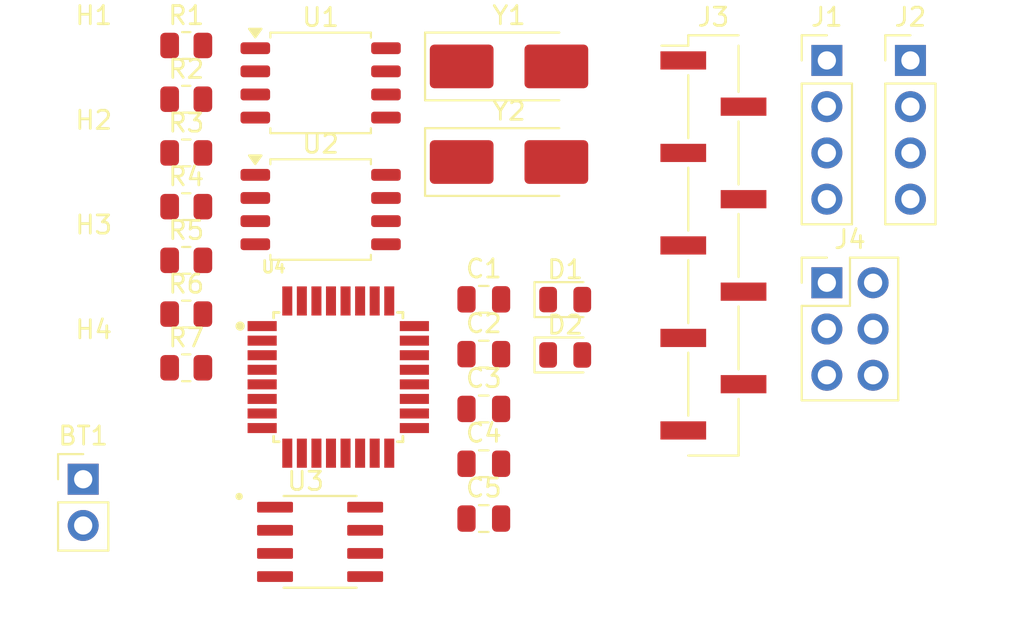
<source format=kicad_pcb>
(kicad_pcb (version 20241229) (generator "pcbnew") (generator_version "9.0")
  (title_block (title "${project_name}") (date "2025-12-15") (rev "1.0") (company "Foxhill Labs") (comment 1 "2-Layer PCB Version."))
  (layers (0 "F.Cu" mixed) (2 "B.Cu" mixed) (13 "F.Paste" user) (15 "B.Paste" user) (5 "F.SilkS" user "F.Silkscreen") (7 "B.SilkS" user "B.Silkscreen") (1 "F.Mask" user) (3 "B.Mask" user) (25 "Edge.Cuts" user))
  (property "project_name" "MCU Datalogger with memory and clock")
  (net 0 "")
  (net 1 "GND")
  (net 2 "Net-(BT1-+)")
  (net 3 "/Vcc")
  (net 4 "Net-(U4-PB6(XTAL1{slash}TOSC1))")
  (net 5 "Net-(U4-PB7(XTAL2{slash}TOSC2))")
  (net 6 "Net-(U4-AREF)")
  (net 7 "Net-(D1-K)")
  (net 8 "Net-(D2-K)")
  (net 9 "/SCK")
  (net 10 "/SDA")
  (net 11 "/TX")
  (net 12 "/RX")
  (net 13 "/D8")
  (net 14 "/D2")
  (net 15 "/D5")
  (net 16 "/D3")
  (net 17 "/D4")
  (net 18 "/D7")
  (net 19 "/D6")
  (net 20 "/RESET")
  (net 21 "/MISO")
  (net 22 "/MOSI")
  (net 23 "Net-(U3-~{INTA})")
  (net 24 "Net-(U3-SQW{slash}~INT)")
  (net 25 "Net-(U3-X1)")
  (net 26 "Net-(U3-X2)")
  (footprint "MountingHole:MountingHole_2.1mm" (layer "F.Cu") (at 122.392 93.24)
    (property "Reference" "H4" (at 0 -3.05 0) (layer "F.SilkS"))
    (property "Value" "MountingHole")
    (pad "" np_thru_hole circle (at 0 0) (size 2.1 2.1) (drill 2.1) (layers "*.Cu" "*.Mask"))
  )
  (footprint "Resistor_SMD:R_0805_2012Metric" (layer "F.Cu") (at 127.472 86.39)
    (property "Reference" "R5" (at 0 -1.65 0) (layer "F.SilkS"))
    (property "Value" "330")
    (fp_line (start -0.227064 -0.735) (end 0.227064 -0.735) (stroke (width 0.12)) (layer "F.SilkS"))
    (fp_line (start -0.227064 0.735) (end 0.227064 0.735) (stroke (width 0.12)) (layer "F.SilkS"))
    (pad "1" smd roundrect (at -0.9125 0) (size 1.025 1.4) (layers "F.Cu" "F.Mask" "F.Paste") (roundrect_rratio 0.243902) (net 1 "GND"))
    (pad "2" smd roundrect (at 0.9125 0) (size 1.025 1.4) (layers "F.Cu" "F.Mask" "F.Paste") (roundrect_rratio 0.243902) (net 8 "Net-(D2-K)"))
  )
  (footprint "Capacitor_SMD:C_0805_2012Metric" (layer "F.Cu") (at 143.812 88.53)
    (property "Reference" "C1" (at 0 -1.68 0) (layer "F.SilkS"))
    (property "Value" "0.1uF")
    (fp_line (start -0.261252 -0.735) (end 0.261252 -0.735) (stroke (width 0.12)) (layer "F.SilkS"))
    (fp_line (start -0.261252 0.735) (end 0.261252 0.735) (stroke (width 0.12)) (layer "F.SilkS"))
    (pad "1" smd roundrect (at -0.95 0) (size 1 1.45) (layers "F.Cu" "F.Mask" "F.Paste") (net 3 "/Vcc"))
    (pad "2" smd roundrect (at 0.95 0) (size 1 1.45) (layers "F.Cu" "F.Mask" "F.Paste") (net 1 "GND"))
  )
  (footprint "LED_SMD:LED_0805_2012Metric" (layer "F.Cu") (at 148.282 88.545)
    (property "Reference" "D1" (at 0 -1.65 0) (layer "F.SilkS"))
    (property "Value" "LED")
    (fp_line (start -1.685 -0.96) (end -1.685 0.96) (stroke (width 0.12)) (layer "F.SilkS"))
    (fp_line (start -1.685 0.96) (end 1 0.96) (stroke (width 0.12)) (layer "F.SilkS"))
    (fp_line (start 1 -0.96) (end -1.685 -0.96) (stroke (width 0.12)) (layer "F.SilkS"))
    (pad "1" smd roundrect (at -0.9375 0) (size 0.975 1.4) (layers "F.Cu" "F.Mask" "F.Paste") (net 7 "Net-(D1-K)"))
    (pad "2" smd roundrect (at 0.9375 0) (size 0.975 1.4) (layers "F.Cu" "F.Mask" "F.Paste") (net 2 "Net-(BT1-+)"))
  )
  (footprint "Package_SO:SOIC-8_5.3x5.3mm_P1.27mm" (layer "F.Cu") (at 134.852 83.6)
    (property "Reference" "U2" (at 0 -3.6 0) (layer "F.SilkS"))
    (property "Value" "24LC1025")
    (fp_line (start -2.76 -2.76) (end 2.76 -2.76) (stroke (width 0.12)) (layer "F.SilkS"))
    (fp_line (start -2.76 -2.49) (end -2.76 -2.76) (stroke (width 0.12)) (layer "F.SilkS"))
    (fp_line (start -2.76 2.76) (end -2.76 2.49) (stroke (width 0.12)) (layer "F.SilkS"))
    (fp_line (start 2.76 -2.76) (end 2.76 -2.49) (stroke (width 0.12)) (layer "F.SilkS"))
    (fp_line (start 2.76 2.49) (end 2.76 2.76) (stroke (width 0.12)) (layer "F.SilkS"))
    (fp_line (start 2.76 2.76) (end -2.76 2.76) (stroke (width 0.12)) (layer "F.SilkS"))
    (fp_poly (pts (xy -3.59 -2.5) (xy -3.93 -2.97) (xy -3.25 -2.97)) (stroke (width 0.12)) (fill yes) (layer "F.SilkS"))
    (pad "1" smd roundrect (at -3.5875 -1.905) (size 1.625 0.65) (layers "F.Cu" "F.Mask" "F.Paste") (net 3 "/Vcc"))
    (pad "2" smd roundrect (at -3.5875 -0.635) (size 1.625 0.65) (layers "F.Cu" "F.Mask" "F.Paste") (net 1 "GND"))
    (pad "3" smd roundrect (at -3.5875 0.635) (size 1.625 0.65) (layers "F.Cu" "F.Mask" "F.Paste") (net 3 "/Vcc"))
    (pad "4" smd roundrect (at -3.5875 1.905) (size 1.625 0.65) (layers "F.Cu" "F.Mask" "F.Paste") (net 1 "GND"))
    (pad "5" smd roundrect (at 3.5875 1.905) (size 1.625 0.65) (layers "F.Cu" "F.Mask" "F.Paste") (net 10 "/SDA"))
    (pad "6" smd roundrect (at 3.5875 0.635) (size 1.625 0.65) (layers "F.Cu" "F.Mask" "F.Paste") (net 9 "/SCK"))
    (pad "7" smd roundrect (at 3.5875 -0.635) (size 1.625 0.65) (layers "F.Cu" "F.Mask" "F.Paste") (net 1 "GND"))
    (pad "8" smd roundrect (at 3.5875 -1.905) (size 1.625 0.65) (layers "F.Cu" "F.Mask" "F.Paste") (net 3 "/Vcc"))
  )
  (footprint "Connector_PinHeader_2.54mm:PinHeader_1x04_P2.54mm_Vertical" (layer "F.Cu") (at 162.652 75.41)
    (property "Reference" "J1" (at 0 -2.38 0) (layer "F.SilkS"))
    (property "Value" "Conn_01x04_Pin")
    (fp_line (start -1.38 -1.38) (end 0 -1.38) (stroke (width 0.12)) (layer "F.SilkS"))
    (fp_line (start -1.38 0) (end -1.38 -1.38) (stroke (width 0.12)) (layer "F.SilkS"))
    (fp_line (start -1.38 1.27) (end -1.38 9) (stroke (width 0.12)) (layer "F.SilkS"))
    (fp_line (start -1.38 1.27) (end 1.38 1.27) (stroke (width 0.12)) (layer "F.SilkS"))
    (fp_line (start -1.38 9) (end 1.38 9) (stroke (width 0.12)) (layer "F.SilkS"))
    (fp_line (start 1.38 1.27) (end 1.38 9) (stroke (width 0.12)) (layer "F.SilkS"))
    (pad "1" thru_hole rect (at 0 0) (size 1.7 1.7) (drill 1) (layers "*.Cu" "*.Mask") (net 1 "GND"))
    (pad "2" thru_hole circle (at 0 2.54) (size 1.7 1.7) (drill 1) (layers "*.Cu" "*.Mask") (net 3 "/Vcc"))
    (pad "3" thru_hole circle (at 0 5.08) (size 1.7 1.7) (drill 1) (layers "*.Cu" "*.Mask") (net 10 "/SDA"))
    (pad "4" thru_hole circle (at 0 7.62) (size 1.7 1.7) (drill 1) (layers "*.Cu" "*.Mask") (net 9 "/SCK"))
  )
  (footprint "Connector_PinHeader_2.54mm:PinHeader_1x09_P2.54mm_Vertical_SMD_Pin1Left" (layer "F.Cu") (at 156.422 85.57)
    (property "Reference" "J3" (at 0 -12.54 0) (layer "F.SilkS"))
    (property "Value" "Conn_01x09_Pin")
    (fp_line (start -1.38 -11.54) (end -1.38 -10.97) (stroke (width 0.12)) (layer "F.SilkS"))
    (fp_line (start -1.38 -11.54) (end 1.38 -11.54) (stroke (width 0.12)) (layer "F.SilkS"))
    (fp_line (start -1.38 -10.97) (end -2.85 -10.97) (stroke (width 0.12)) (layer "F.SilkS"))
    (fp_line (start -1.38 -9.35) (end -1.38 -5.89) (stroke (width 0.12)) (layer "F.SilkS"))
    (fp_line (start -1.38 -4.27) (end -1.38 -0.81) (stroke (width 0.12)) (layer "F.SilkS"))
    (fp_line (start -1.38 0.81) (end -1.38 4.27) (stroke (width 0.12)) (layer "F.SilkS"))
    (fp_line (start -1.38 5.89) (end -1.38 9.35) (stroke (width 0.12)) (layer "F.SilkS"))
    (fp_line (start -1.38 11.54) (end 1.38 11.54) (stroke (width 0.12)) (layer "F.SilkS"))
    (fp_line (start 1.38 -10.97) (end 1.38 -8.43) (stroke (width 0.12)) (layer "F.SilkS"))
    (fp_line (start 1.38 -6.81) (end 1.38 -3.35) (stroke (width 0.12)) (layer "F.SilkS"))
    (fp_line (start 1.38 -1.73) (end 1.38 1.73) (stroke (width 0.12)) (layer "F.SilkS"))
    (fp_line (start 1.38 3.35) (end 1.38 6.81) (stroke (width 0.12)) (layer "F.SilkS"))
    (fp_line (start 1.38 8.43) (end 1.38 11.54) (stroke (width 0.12)) (layer "F.SilkS"))
    (fp_line (start 1.38 10.97) (end 1.38 11.54) (stroke (width 0.12)) (layer "F.SilkS"))
    (pad "1" smd rect (at -1.655 -10.16) (size 2.51 1) (layers "F.Cu" "F.Mask" "F.Paste") (net 14 "/D2"))
    (pad "2" smd rect (at 1.655 -7.62) (size 2.51 1) (layers "F.Cu" "F.Mask" "F.Paste") (net 16 "/D3"))
    (pad "3" smd rect (at -1.655 -5.08) (size 2.51 1) (layers "F.Cu" "F.Mask" "F.Paste") (net 17 "/D4"))
    (pad "4" smd rect (at 1.655 -2.54) (size 2.51 1) (layers "F.Cu" "F.Mask" "F.Paste") (net 15 "/D5"))
    (pad "5" smd rect (at -1.655 0) (size 2.51 1) (layers "F.Cu" "F.Mask" "F.Paste") (net 19 "/D6"))
    (pad "6" smd rect (at 1.655 2.54) (size 2.51 1) (layers "F.Cu" "F.Mask" "F.Paste") (net 18 "/D7"))
    (pad "7" smd rect (at -1.655 5.08) (size 2.51 1) (layers "F.Cu" "F.Mask" "F.Paste") (net 13 "/D8"))
    (pad "8" smd rect (at 1.655 7.62) (size 2.51 1) (layers "F.Cu" "F.Mask" "F.Paste") (net 1 "GND"))
    (pad "9" smd rect (at -1.655 10.16) (size 2.51 1) (layers "F.Cu" "F.Mask" "F.Paste") (net 3 "/Vcc"))
  )
  (footprint "DS1337S:SOIC127P600X175-8N" (layer "F.Cu") (at 134.822 101.85)
    (property "Reference" "U3" (at -0.795 -3.332 0) (layer "F.SilkS"))
    (property "Value" "DS1337S_")
    (fp_line (start -2 -2.52) (end 2 -2.52) (stroke (width 0.127)) (layer "F.SilkS"))
    (fp_line (start -2 2.52) (end 2 2.52) (stroke (width 0.127)) (layer "F.SilkS"))
    (fp_circle (center -4.445 -2.495) (end -4.345 -2.495) (stroke (width 0.2)) (fill no) (layer "F.SilkS"))
    (pad "1" smd roundrect (at -2.475 -1.905) (size 1.97 0.59) (layers "F.Cu" "F.Mask" "F.Paste") (roundrect_rratio 0.125) (net 25 "Net-(U3-X1)"))
    (pad "2" smd roundrect (at -2.475 -0.635) (size 1.97 0.59) (layers "F.Cu" "F.Mask" "F.Paste") (roundrect_rratio 0.125) (net 26 "Net-(U3-X2)"))
    (pad "3" smd roundrect (at -2.475 0.635) (size 1.97 0.59) (layers "F.Cu" "F.Mask" "F.Paste") (roundrect_rratio 0.125) (net 23 "Net-(U3-~{INTA})"))
    (pad "4" smd roundrect (at -2.475 1.905) (size 1.97 0.59) (layers "F.Cu" "F.Mask" "F.Paste") (roundrect_rratio 0.125) (net 1 "GND"))
    (pad "5" smd roundrect (at 2.475 1.905) (size 1.97 0.59) (layers "F.Cu" "F.Mask" "F.Paste") (roundrect_rratio 0.125) (net 10 "/SDA"))
    (pad "6" smd roundrect (at 2.475 0.635) (size 1.97 0.59) (layers "F.Cu" "F.Mask" "F.Paste") (roundrect_rratio 0.125) (net 9 "/SCK"))
    (pad "7" smd roundrect (at 2.475 -0.635) (size 1.97 0.59) (layers "F.Cu" "F.Mask" "F.Paste") (roundrect_rratio 0.125) (net 24 "Net-(U3-SQW{slash}~INT)"))
    (pad "8" smd roundrect (at 2.475 -1.905) (size 1.97 0.59) (layers "F.Cu" "F.Mask" "F.Paste") (roundrect_rratio 0.125) (net 3 "/Vcc"))
  )
  (footprint "Resistor_SMD:R_0805_2012Metric" (layer "F.Cu") (at 127.472 77.54)
    (property "Reference" "R2" (at 0 -1.65 0) (layer "F.SilkS"))
    (property "Value" "10K")
    (fp_line (start -0.227064 -0.735) (end 0.227064 -0.735) (stroke (width 0.12)) (layer "F.SilkS"))
    (fp_line (start -0.227064 0.735) (end 0.227064 0.735) (stroke (width 0.12)) (layer "F.SilkS"))
    (pad "1" smd roundrect (at -0.9125 0) (size 1.025 1.4) (layers "F.Cu" "F.Mask" "F.Paste") (roundrect_rratio 0.243902) (net 3 "/Vcc"))
    (pad "2" smd roundrect (at 0.9125 0) (size 1.025 1.4) (layers "F.Cu" "F.Mask" "F.Paste") (roundrect_rratio 0.243902) (net 24 "Net-(U3-SQW{slash}~INT)"))
  )
  (footprint "Resistor_SMD:R_0805_2012Metric" (layer "F.Cu") (at 127.472 92.29)
    (property "Reference" "R7" (at 0 -1.65 0) (layer "F.SilkS"))
    (property "Value" "330")
    (fp_line (start -0.227064 -0.735) (end 0.227064 -0.735) (stroke (width 0.12)) (layer "F.SilkS"))
    (fp_line (start -0.227064 0.735) (end 0.227064 0.735) (stroke (width 0.12)) (layer "F.SilkS"))
    (pad "1" smd roundrect (at -0.9125 0) (size 1.025 1.4) (layers "F.Cu" "F.Mask" "F.Paste") (roundrect_rratio 0.243902) (net 7 "Net-(D1-K)"))
    (pad "2" smd roundrect (at 0.9125 0) (size 1.025 1.4) (layers "F.Cu" "F.Mask" "F.Paste") (roundrect_rratio 0.243902) (net 1 "GND"))
  )
  (footprint "MountingHole:MountingHole_2.1mm" (layer "F.Cu") (at 122.392 75.99)
    (property "Reference" "H1" (at 0 -3.05 0) (layer "F.SilkS"))
    (property "Value" "MountingHole")
    (pad "" np_thru_hole circle (at 0 0) (size 2.1 2.1) (drill 2.1) (layers "*.Cu" "*.Mask"))
  )
  (footprint "Resistor_SMD:R_0805_2012Metric" (layer "F.Cu") (at 127.472 89.34)
    (property "Reference" "R6" (at 0 -1.65 0) (layer "F.SilkS"))
    (property "Value" "10K")
    (fp_line (start -0.227064 -0.735) (end 0.227064 -0.735) (stroke (width 0.12)) (layer "F.SilkS"))
    (fp_line (start -0.227064 0.735) (end 0.227064 0.735) (stroke (width 0.12)) (layer "F.SilkS"))
    (pad "1" smd roundrect (at -0.9125 0) (size 1.025 1.4) (layers "F.Cu" "F.Mask" "F.Paste") (roundrect_rratio 0.243902) (net 20 "/RESET"))
    (pad "2" smd roundrect (at 0.9125 0) (size 1.025 1.4) (layers "F.Cu" "F.Mask" "F.Paste") (roundrect_rratio 0.243902) (net 3 "/Vcc"))
  )
  (footprint "Capacitor_SMD:C_0805_2012Metric" (layer "F.Cu") (at 143.812 94.55)
    (property "Reference" "C3" (at 0 -1.68 0) (layer "F.SilkS"))
    (property "Value" "22pF")
    (fp_line (start -0.261252 -0.735) (end 0.261252 -0.735) (stroke (width 0.12)) (layer "F.SilkS"))
    (fp_line (start -0.261252 0.735) (end 0.261252 0.735) (stroke (width 0.12)) (layer "F.SilkS"))
    (pad "1" smd roundrect (at -0.95 0) (size 1 1.45) (layers "F.Cu" "F.Mask" "F.Paste") (net 1 "GND"))
    (pad "2" smd roundrect (at 0.95 0) (size 1 1.45) (layers "F.Cu" "F.Mask" "F.Paste") (net 5 "Net-(U4-PB7(XTAL2{slash}TOSC2))"))
  )
  (footprint "MountingHole:MountingHole_2.1mm" (layer "F.Cu") (at 122.392 87.49)
    (property "Reference" "H3" (at 0 -3.05 0) (layer "F.SilkS"))
    (property "Value" "MountingHole")
    (pad "" np_thru_hole circle (at 0 0) (size 2.1 2.1) (drill 2.1) (layers "*.Cu" "*.Mask"))
  )
  (footprint "Connector_PinHeader_2.54mm:PinHeader_1x04_P2.54mm_Vertical" (layer "F.Cu") (at 167.242 75.41)
    (property "Reference" "J2" (at 0 -2.38 0) (layer "F.SilkS"))
    (property "Value" "Conn_01x04_Pin")
    (fp_line (start -1.38 -1.38) (end 0 -1.38) (stroke (width 0.12)) (layer "F.SilkS"))
    (fp_line (start -1.38 0) (end -1.38 -1.38) (stroke (width 0.12)) (layer "F.SilkS"))
    (fp_line (start -1.38 1.27) (end -1.38 9) (stroke (width 0.12)) (layer "F.SilkS"))
    (fp_line (start -1.38 1.27) (end 1.38 1.27) (stroke (width 0.12)) (layer "F.SilkS"))
    (fp_line (start -1.38 9) (end 1.38 9) (stroke (width 0.12)) (layer "F.SilkS"))
    (fp_line (start 1.38 1.27) (end 1.38 9) (stroke (width 0.12)) (layer "F.SilkS"))
    (pad "1" thru_hole rect (at 0 0) (size 1.7 1.7) (drill 1) (layers "*.Cu" "*.Mask") (net 1 "GND"))
    (pad "2" thru_hole circle (at 0 2.54) (size 1.7 1.7) (drill 1) (layers "*.Cu" "*.Mask") (net 3 "/Vcc"))
    (pad "3" thru_hole circle (at 0 5.08) (size 1.7 1.7) (drill 1) (layers "*.Cu" "*.Mask") (net 12 "/RX"))
    (pad "4" thru_hole circle (at 0 7.62) (size 1.7 1.7) (drill 1) (layers "*.Cu" "*.Mask") (net 11 "/TX"))
  )
  (footprint "Crystal:Crystal_SMD_5032-2Pin_5.0x3.2mm_HandSoldering" (layer "F.Cu") (at 145.197 80.99)
    (property "Reference" "Y2" (at 0 -2.8 0) (layer "F.SilkS"))
    (property "Value" "16 MHz")
    (fp_line (start -4.61 -1.86) (end -4.61 1.86) (stroke (width 0.12)) (layer "F.SilkS"))
    (fp_line (start -4.61 1.86) (end 2.76 1.86) (stroke (width 0.12)) (layer "F.SilkS"))
    (fp_line (start 2.76 -1.86) (end -4.61 -1.86) (stroke (width 0.12)) (layer "F.SilkS"))
    (pad "1" smd roundrect (at -2.6 0) (size 3.5 2.4) (layers "F.Cu" "F.Mask" "F.Paste") (roundrect_rratio 0.104167) (net 4 "Net-(U4-PB6(XTAL1{slash}TOSC1))"))
    (pad "2" smd roundrect (at 2.6 0) (size 3.5 2.4) (layers "F.Cu" "F.Mask" "F.Paste") (roundrect_rratio 0.104167) (net 5 "Net-(U4-PB7(XTAL2{slash}TOSC2))"))
  )
  (footprint "Connector_PinHeader_2.54mm:PinHeader_2x03_P2.54mm_Vertical" (layer "F.Cu") (at 162.652 87.62)
    (property "Reference" "J4" (at 1.27 -2.38 0) (layer "F.SilkS"))
    (property "Value" "Conn_02x03_Odd_Even")
    (fp_line (start -1.38 -1.38) (end 0 -1.38) (stroke (width 0.12)) (layer "F.SilkS"))
    (fp_line (start -1.38 0) (end -1.38 -1.38) (stroke (width 0.12)) (layer "F.SilkS"))
    (fp_line (start -1.38 1.27) (end -1.38 6.46) (stroke (width 0.12)) (layer "F.SilkS"))
    (fp_line (start -1.38 1.27) (end 1.27 1.27) (stroke (width 0.12)) (layer "F.SilkS"))
    (fp_line (start -1.38 6.46) (end 3.92 6.46) (stroke (width 0.12)) (layer "F.SilkS"))
    (fp_line (start 1.27 -1.38) (end 3.92 -1.38) (stroke (width 0.12)) (layer "F.SilkS"))
    (fp_line (start 1.27 1.27) (end 1.27 -1.38) (stroke (width 0.12)) (layer "F.SilkS"))
    (fp_line (start 3.92 -1.38) (end 3.92 6.46) (stroke (width 0.12)) (layer "F.SilkS"))
    (pad "1" thru_hole rect (at 0 0) (size 1.7 1.7) (drill 1) (layers "*.Cu" "*.Mask") (net 21 "/MISO"))
    (pad "2" thru_hole circle (at 2.54 0) (size 1.7 1.7) (drill 1) (layers "*.Cu" "*.Mask") (net 3 "/Vcc"))
    (pad "3" thru_hole circle (at 0 2.54) (size 1.7 1.7) (drill 1) (layers "*.Cu" "*.Mask") (net 9 "/SCK"))
    (pad "4" thru_hole circle (at 2.54 2.54) (size 1.7 1.7) (drill 1) (layers "*.Cu" "*.Mask") (net 22 "/MOSI"))
    (pad "5" thru_hole circle (at 0 5.08) (size 1.7 1.7) (drill 1) (layers "*.Cu" "*.Mask") (net 20 "/RESET"))
    (pad "6" thru_hole circle (at 2.54 5.08) (size 1.7 1.7) (drill 1) (layers "*.Cu" "*.Mask") (net 1 "GND"))
  )
  (footprint "Package_SO:SOIC-8_5.3x5.3mm_P1.27mm" (layer "F.Cu") (at 134.852 76.645)
    (property "Reference" "U1" (at 0 -3.6 0) (layer "F.SilkS"))
    (property "Value" "24LC1025")
    (fp_line (start -2.76 -2.76) (end 2.76 -2.76) (stroke (width 0.12)) (layer "F.SilkS"))
    (fp_line (start -2.76 -2.49) (end -2.76 -2.76) (stroke (width 0.12)) (layer "F.SilkS"))
    (fp_line (start -2.76 2.76) (end -2.76 2.49) (stroke (width 0.12)) (layer "F.SilkS"))
    (fp_line (start 2.76 -2.76) (end 2.76 -2.49) (stroke (width 0.12)) (layer "F.SilkS"))
    (fp_line (start 2.76 2.49) (end 2.76 2.76) (stroke (width 0.12)) (layer "F.SilkS"))
    (fp_line (start 2.76 2.76) (end -2.76 2.76) (stroke (width 0.12)) (layer "F.SilkS"))
    (fp_poly (pts (xy -3.59 -2.5) (xy -3.93 -2.97) (xy -3.25 -2.97)) (stroke (width 0.12)) (fill yes) (layer "F.SilkS"))
    (pad "1" smd roundrect (at -3.5875 -1.905) (size 1.625 0.65) (layers "F.Cu" "F.Mask" "F.Paste") (net 3 "/Vcc"))
    (pad "2" smd roundrect (at -3.5875 -0.635) (size 1.625 0.65) (layers "F.Cu" "F.Mask" "F.Paste") (net 3 "/Vcc"))
    (pad "3" smd roundrect (at -3.5875 0.635) (size 1.625 0.65) (layers "F.Cu" "F.Mask" "F.Paste") (net 3 "/Vcc"))
    (pad "4" smd roundrect (at -3.5875 1.905) (size 1.625 0.65) (layers "F.Cu" "F.Mask" "F.Paste") (net 1 "GND"))
    (pad "5" smd roundrect (at 3.5875 1.905) (size 1.625 0.65) (layers "F.Cu" "F.Mask" "F.Paste") (net 10 "/SDA"))
    (pad "6" smd roundrect (at 3.5875 0.635) (size 1.625 0.65) (layers "F.Cu" "F.Mask" "F.Paste") (net 9 "/SCK"))
    (pad "7" smd roundrect (at 3.5875 -0.635) (size 1.625 0.65) (layers "F.Cu" "F.Mask" "F.Paste") (net 1 "GND"))
    (pad "8" smd roundrect (at 3.5875 -1.905) (size 1.625 0.65) (layers "F.Cu" "F.Mask" "F.Paste") (net 3 "/Vcc"))
  )
  (footprint "Crystal:Crystal_SMD_5032-2Pin_5.0x3.2mm_HandSoldering" (layer "F.Cu") (at 145.197 75.74)
    (property "Reference" "Y1" (at 0 -2.8 0) (layer "F.SilkS"))
    (property "Value" "Crystal")
    (fp_line (start -4.61 -1.86) (end -4.61 1.86) (stroke (width 0.12)) (layer "F.SilkS"))
    (fp_line (start -4.61 1.86) (end 2.76 1.86) (stroke (width 0.12)) (layer "F.SilkS"))
    (fp_line (start 2.76 -1.86) (end -4.61 -1.86) (stroke (width 0.12)) (layer "F.SilkS"))
    (pad "1" smd roundrect (at -2.6 0) (size 3.5 2.4) (layers "F.Cu" "F.Mask" "F.Paste") (roundrect_rratio 0.104167) (net 26 "Net-(U3-X2)"))
    (pad "2" smd roundrect (at 2.6 0) (size 3.5 2.4) (layers "F.Cu" "F.Mask" "F.Paste") (roundrect_rratio 0.104167) (net 25 "Net-(U3-X1)"))
  )
  (footprint "ATMEGA328P-AU:QFP80P900X900X120-32N" (layer "F.Cu") (at 135.82 92.8)
    (property "Reference" "U4" (at -3.55027 -6.04969 0) (layer "F.SilkS") (effects (font (size 0.642472 0.642472))))
    (property "Value" "ATMEGA328PB-AU")
    (fp_line (start -3.55 -3.55) (end -3.25 -3.55) (stroke (width 0.1524)) (layer "F.SilkS"))
    (fp_line (start -3.55 -3.25) (end -3.55 -3.55) (stroke (width 0.1524)) (layer "F.SilkS"))
    (fp_line (start -3.55 3.25) (end -3.55 3.55) (stroke (width 0.1524)) (layer "F.SilkS"))
    (fp_line (start -3.55 3.55) (end -3.25 3.55) (stroke (width 0.1524)) (layer "F.SilkS"))
    (fp_line (start 3.25 -3.55) (end 3.55 -3.55) (stroke (width 0.1524)) (layer "F.SilkS"))
    (fp_line (start 3.25 3.55) (end 3.55 3.55) (stroke (width 0.1524)) (layer "F.SilkS"))
    (fp_line (start 3.55 -3.55) (end 3.55 -3.25) (stroke (width 0.1524)) (layer "F.SilkS"))
    (fp_line (start 3.55 3.55) (end 3.55 3.25) (stroke (width 0.1524)) (layer "F.SilkS"))
    (fp_circle (center -5.389 -2.8) (end -5.135 -2.8) (fill yes) (layer "F.SilkS"))
    (pad "1" smd rect (at -4.18 -2.8) (size 1.6 0.55) (layers "F.Cu" "F.Mask" "F.Paste") (net 16 "/D3"))
    (pad "2" smd rect (at -4.18 -2) (size 1.6 0.55) (layers "F.Cu" "F.Mask" "F.Paste") (net 17 "/D4"))
    (pad "3" smd rect (at -4.18 -1.2) (size 1.6 0.55) (layers "F.Cu" "F.Mask" "F.Paste"))
    (pad "4" smd rect (at -4.18 -0.4) (size 1.6 0.55) (layers "F.Cu" "F.Mask" "F.Paste"))
    (pad "5" smd rect (at -4.18 0.4) (size 1.6 0.55) (layers "F.Cu" "F.Mask" "F.Paste") (net 1 "GND"))
    (pad "6" smd rect (at -4.18 1.2) (size 1.6 0.55) (layers "F.Cu" "F.Mask" "F.Paste"))
    (pad "7" smd rect (at -4.18 2) (size 1.6 0.55) (layers "F.Cu" "F.Mask" "F.Paste") (net 4 "Net-(U4-PB6(XTAL1{slash}TOSC1))"))
    (pad "8" smd rect (at -4.18 2.8) (size 1.6 0.55) (layers "F.Cu" "F.Mask" "F.Paste") (net 5 "Net-(U4-PB7(XTAL2{slash}TOSC2))"))
    (pad "9" smd rect (at -2.8 4.18) (size 0.55 1.6) (layers "F.Cu" "F.Mask" "F.Paste") (net 15 "/D5"))
    (pad "10" smd rect (at -2 4.18) (size 0.55 1.6) (layers "F.Cu" "F.Mask" "F.Paste") (net 19 "/D6"))
    (pad "11" smd rect (at -1.2 4.18) (size 0.55 1.6) (layers "F.Cu" "F.Mask" "F.Paste") (net 18 "/D7"))
    (pad "12" smd rect (at -0.4 4.18) (size 0.55 1.6) (layers "F.Cu" "F.Mask" "F.Paste") (net 13 "/D8"))
    (pad "13" smd rect (at 0.4 4.18) (size 0.55 1.6) (layers "F.Cu" "F.Mask" "F.Paste"))
    (pad "14" smd rect (at 1.2 4.18) (size 0.55 1.6) (layers "F.Cu" "F.Mask" "F.Paste"))
    (pad "15" smd rect (at 2 4.18) (size 0.55 1.6) (layers "F.Cu" "F.Mask" "F.Paste") (net 22 "/MOSI"))
    (pad "16" smd rect (at 2.8 4.18) (size 0.55 1.6) (layers "F.Cu" "F.Mask" "F.Paste") (net 21 "/MISO"))
    (pad "17" smd rect (at 4.18 2.8) (size 1.6 0.55) (layers "F.Cu" "F.Mask" "F.Paste") (net 9 "/SCK"))
    (pad "18" smd rect (at 4.18 2) (size 1.6 0.55) (layers "F.Cu" "F.Mask" "F.Paste") (net 2 "Net-(BT1-+)"))
    (pad "19" smd rect (at 4.18 1.2) (size 1.6 0.55) (layers "F.Cu" "F.Mask" "F.Paste"))
    (pad "20" smd rect (at 4.18 0.4) (size 1.6 0.55) (layers "F.Cu" "F.Mask" "F.Paste") (net 6 "Net-(U4-AREF)"))
    (pad "21" smd rect (at 4.18 -0.4) (size 1.6 0.55) (layers "F.Cu" "F.Mask" "F.Paste") (net 1 "GND"))
    (pad "22" smd rect (at 4.18 -1.2) (size 1.6 0.55) (layers "F.Cu" "F.Mask" "F.Paste"))
    (pad "23" smd rect (at 4.18 -2) (size 1.6 0.55) (layers "F.Cu" "F.Mask" "F.Paste"))
    (pad "24" smd rect (at 4.18 -2.8) (size 1.6 0.55) (layers "F.Cu" "F.Mask" "F.Paste"))
    (pad "25" smd rect (at 2.8 -4.18) (size 0.55 1.6) (layers "F.Cu" "F.Mask" "F.Paste"))
    (pad "26" smd rect (at 2 -4.18) (size 0.55 1.6) (layers "F.Cu" "F.Mask" "F.Paste"))
    (pad "27" smd rect (at 1.2 -4.18) (size 0.55 1.6) (layers "F.Cu" "F.Mask" "F.Paste") (net 10 "/SDA"))
    (pad "28" smd rect (at 0.4 -4.18) (size 0.55 1.6) (layers "F.Cu" "F.Mask" "F.Paste") (net 9 "/SCK"))
    (pad "29" smd rect (at -0.4 -4.18) (size 0.55 1.6) (layers "F.Cu" "F.Mask" "F.Paste") (net 20 "/RESET"))
    (pad "30" smd rect (at -1.2 -4.18) (size 0.55 1.6) (layers "F.Cu" "F.Mask" "F.Paste") (net 12 "/RX"))
    (pad "31" smd rect (at -2 -4.18) (size 0.55 1.6) (layers "F.Cu" "F.Mask" "F.Paste") (net 11 "/TX"))
    (pad "32" smd rect (at -2.8 -4.18) (size 0.55 1.6) (layers "F.Cu" "F.Mask" "F.Paste") (net 14 "/D2"))
  )
  (footprint "Resistor_SMD:R_0805_2012Metric" (layer "F.Cu") (at 127.472 80.49)
    (property "Reference" "R3" (at 0 -1.65 0) (layer "F.SilkS"))
    (property "Value" "4.7K")
    (fp_line (start -0.227064 -0.735) (end 0.227064 -0.735) (stroke (width 0.12)) (layer "F.SilkS"))
    (fp_line (start -0.227064 0.735) (end 0.227064 0.735) (stroke (width 0.12)) (layer "F.SilkS"))
    (pad "1" smd roundrect (at -0.9125 0) (size 1.025 1.4) (layers "F.Cu" "F.Mask" "F.Paste") (roundrect_rratio 0.243902) (net 3 "/Vcc"))
    (pad "2" smd roundrect (at 0.9125 0) (size 1.025 1.4) (layers "F.Cu" "F.Mask" "F.Paste") (roundrect_rratio 0.243902) (net 9 "/SCK"))
  )
  (footprint "Resistor_SMD:R_0805_2012Metric" (layer "F.Cu") (at 127.472 83.44)
    (property "Reference" "R4" (at 0 -1.65 0) (layer "F.SilkS"))
    (property "Value" "4.7K")
    (fp_line (start -0.227064 -0.735) (end 0.227064 -0.735) (stroke (width 0.12)) (layer "F.SilkS"))
    (fp_line (start -0.227064 0.735) (end 0.227064 0.735) (stroke (width 0.12)) (layer "F.SilkS"))
    (pad "1" smd roundrect (at -0.9125 0) (size 1.025 1.4) (layers "F.Cu" "F.Mask" "F.Paste") (roundrect_rratio 0.243902) (net 3 "/Vcc"))
    (pad "2" smd roundrect (at 0.9125 0) (size 1.025 1.4) (layers "F.Cu" "F.Mask" "F.Paste") (roundrect_rratio 0.243902) (net 10 "/SDA"))
  )
  (footprint "MountingHole:MountingHole_2.1mm" (layer "F.Cu") (at 122.392 81.74)
    (property "Reference" "H2" (at 0 -3.05 0) (layer "F.SilkS"))
    (property "Value" "MountingHole")
    (pad "" np_thru_hole circle (at 0 0) (size 2.1 2.1) (drill 2.1) (layers "*.Cu" "*.Mask"))
  )
  (footprint "Resistor_SMD:R_0805_2012Metric" (layer "F.Cu") (at 127.472 74.59)
    (property "Reference" "R1" (at 0 -1.65 0) (layer "F.SilkS"))
    (property "Value" "10K")
    (fp_line (start -0.227064 -0.735) (end 0.227064 -0.735) (stroke (width 0.12)) (layer "F.SilkS"))
    (fp_line (start -0.227064 0.735) (end 0.227064 0.735) (stroke (width 0.12)) (layer "F.SilkS"))
    (pad "1" smd roundrect (at -0.9125 0) (size 1.025 1.4) (layers "F.Cu" "F.Mask" "F.Paste") (roundrect_rratio 0.243902) (net 23 "Net-(U3-~{INTA})"))
    (pad "2" smd roundrect (at 0.9125 0) (size 1.025 1.4) (layers "F.Cu" "F.Mask" "F.Paste") (roundrect_rratio 0.243902) (net 3 "/Vcc"))
  )
  (footprint "Capacitor_SMD:C_0805_2012Metric" (layer "F.Cu") (at 143.812 91.54)
    (property "Reference" "C2" (at 0 -1.68 0) (layer "F.SilkS"))
    (property "Value" "22pF")
    (fp_line (start -0.261252 -0.735) (end 0.261252 -0.735) (stroke (width 0.12)) (layer "F.SilkS"))
    (fp_line (start -0.261252 0.735) (end 0.261252 0.735) (stroke (width 0.12)) (layer "F.SilkS"))
    (pad "1" smd roundrect (at -0.95 0) (size 1 1.45) (layers "F.Cu" "F.Mask" "F.Paste") (net 1 "GND"))
    (pad "2" smd roundrect (at 0.95 0) (size 1 1.45) (layers "F.Cu" "F.Mask" "F.Paste") (net 4 "Net-(U4-PB6(XTAL1{slash}TOSC1))"))
  )
  (footprint "Capacitor_SMD:C_0805_2012Metric" (layer "F.Cu") (at 143.812 97.56)
    (property "Reference" "C4" (at 0 -1.68 0) (layer "F.SilkS"))
    (property "Value" "0.1uF")
    (fp_line (start -0.261252 -0.735) (end 0.261252 -0.735) (stroke (width 0.12)) (layer "F.SilkS"))
    (fp_line (start -0.261252 0.735) (end 0.261252 0.735) (stroke (width 0.12)) (layer "F.SilkS"))
    (pad "1" smd roundrect (at -0.95 0) (size 1 1.45) (layers "F.Cu" "F.Mask" "F.Paste") (net 1 "GND"))
    (pad "2" smd roundrect (at 0.95 0) (size 1 1.45) (layers "F.Cu" "F.Mask" "F.Paste") (net 6 "Net-(U4-AREF)"))
  )
  (footprint "Connector_PinHeader_2.54mm:PinHeader_1x02_P2.54mm_Vertical" (layer "F.Cu") (at 121.812 98.41)
    (property "Reference" "BT1" (at 0 -2.38 0) (layer "F.SilkS"))
    (property "Value" "Battery")
    (fp_line (start -1.38 -1.38) (end 0 -1.38) (stroke (width 0.12)) (layer "F.SilkS"))
    (fp_line (start -1.38 0) (end -1.38 -1.38) (stroke (width 0.12)) (layer "F.SilkS"))
    (fp_line (start -1.38 1.27) (end -1.38 3.92) (stroke (width 0.12)) (layer "F.SilkS"))
    (fp_line (start -1.38 1.27) (end 1.38 1.27) (stroke (width 0.12)) (layer "F.SilkS"))
    (fp_line (start -1.38 3.92) (end 1.38 3.92) (stroke (width 0.12)) (layer "F.SilkS"))
    (fp_line (start 1.38 1.27) (end 1.38 3.92) (stroke (width 0.12)) (layer "F.SilkS"))
    (pad "1" thru_hole rect (at 0 0) (size 1.7 1.7) (drill 1) (layers "*.Cu" "*.Mask") (net 2 "Net-(BT1-+)"))
    (pad "2" thru_hole circle (at 0 2.54) (size 1.7 1.7) (drill 1) (layers "*.Cu" "*.Mask") (net 1 "GND"))
  )
  (footprint "Capacitor_SMD:C_0805_2012Metric" (layer "F.Cu") (at 143.812 100.57)
    (property "Reference" "C5" (at 0 -1.68 0) (layer "F.SilkS"))
    (property "Value" "100nF")
    (fp_line (start -0.261252 -0.735) (end 0.261252 -0.735) (stroke (width 0.12)) (layer "F.SilkS"))
    (fp_line (start -0.261252 0.735) (end 0.261252 0.735) (stroke (width 0.12)) (layer "F.SilkS"))
    (pad "1" smd roundrect (at -0.95 0) (size 1 1.45) (layers "F.Cu" "F.Mask" "F.Paste") (net 2 "Net-(BT1-+)"))
    (pad "2" smd roundrect (at 0.95 0) (size 1 1.45) (layers "F.Cu" "F.Mask" "F.Paste") (net 1 "GND"))
  )
  (footprint "LED_SMD:LED_0805_2012Metric" (layer "F.Cu") (at 148.282 91.585)
    (property "Reference" "D2" (at 0 -1.65 0) (layer "F.SilkS"))
    (property "Value" "LED")
    (fp_line (start -1.685 -0.96) (end -1.685 0.96) (stroke (width 0.12)) (layer "F.SilkS"))
    (fp_line (start -1.685 0.96) (end 1 0.96) (stroke (width 0.12)) (layer "F.SilkS"))
    (fp_line (start 1 -0.96) (end -1.685 -0.96) (stroke (width 0.12)) (layer "F.SilkS"))
    (pad "1" smd roundrect (at -0.9375 0) (size 0.975 1.4) (layers "F.Cu" "F.Mask" "F.Paste") (net 8 "Net-(D2-K)"))
    (pad "2" smd roundrect (at 0.9375 0) (size 0.975 1.4) (layers "F.Cu" "F.Mask" "F.Paste") (net 9 "/SCK"))
  )
)
</source>
